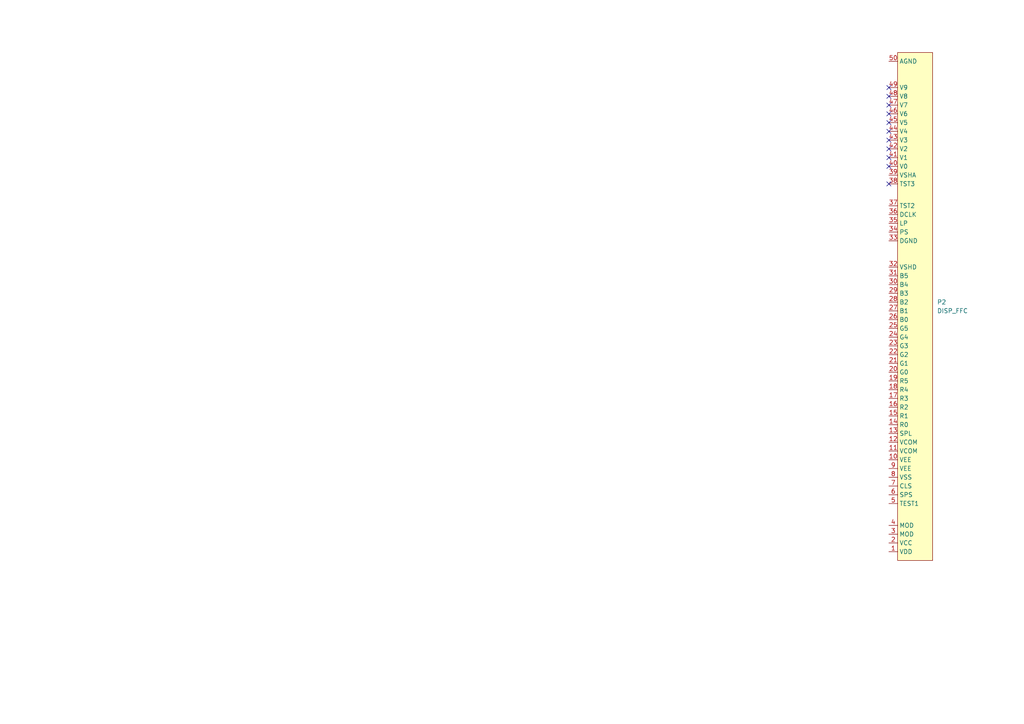
<source format=kicad_sch>
(kicad_sch (version 20250114) (generator "eeschema") (generator_version "9.0")
  (paper "A4")
  (lib_symbols
    (symbol "gbc_display:DISP_FFC"
      (property "Reference" "P" (at 0 43.688 0))
      (property "Value" "DISP_FFC" (at 0 41.656 0))
      (symbol "DISP_FFC_1_1"
        (rectangle (start -5.08 40.64) (end 5.08 -106.68) (fill (type background)))
        (pin input line (at -7.62 38.1 0) (length 2.54) (name "AGND") (number "50"))
        (pin input line (at -7.62 30.48 0) (length 2.54) (name "V9") (number "49"))
        (pin input line (at -7.62 27.94 0) (length 2.54) (name "V8") (number "48"))
        (pin input line (at -7.62 25.4 0) (length 2.54) (name "V7") (number "47"))
        (pin input line (at -7.62 22.86 0) (length 2.54) (name "V6") (number "46"))
        (pin input line (at -7.62 20.32 0) (length 2.54) (name "V5") (number "45"))
        (pin input line (at -7.62 17.78 0) (length 2.54) (name "V4") (number "44"))
        (pin input line (at -7.62 15.24 0) (length 2.54) (name "V3") (number "43"))
        (pin input line (at -7.62 12.7 0) (length 2.54) (name "V2") (number "42"))
        (pin input line (at -7.62 10.16 0) (length 2.54) (name "V1") (number "41"))
        (pin input line (at -7.62 7.62 0) (length 2.54) (name "V0") (number "40"))
        (pin input line (at -7.62 5.08 0) (length 2.54) (name "VSHA") (number "39"))
        (pin input line (at -7.62 2.54 0) (length 2.54) (name "TST3") (number "38"))
        (pin input line (at -7.62 -3.81 0) (length 2.54) (name "TST2") (number "37"))
        (pin input line (at -7.62 -6.35 0) (length 2.54) (name "DCLK") (number "36"))
        (pin input line (at -7.62 -8.89 0) (length 2.54) (name "LP") (number "35"))
        (pin input line (at -7.62 -11.43 0) (length 2.54) (name "PS") (number "34"))
        (pin input line (at -7.62 -13.97 0) (length 2.54) (name "DGND") (number "33"))
        (pin input line (at -7.62 -21.59 0) (length 2.54) (name "VSHD") (number "32"))
        (pin input line (at -7.62 -24.13 0) (length 2.54) (name "B5") (number "31"))
        (pin input line (at -7.62 -26.67 0) (length 2.54) (name "B4") (number "30"))
        (pin input line (at -7.62 -29.21 0) (length 2.54) (name "B3") (number "29"))
        (pin input line (at -7.62 -31.75 0) (length 2.54) (name "B2") (number "28"))
        (pin input line (at -7.62 -34.29 0) (length 2.54) (name "B1") (number "27"))
        (pin input line (at -7.62 -36.83 0) (length 2.54) (name "B0") (number "26"))
        (pin input line (at -7.62 -39.37 0) (length 2.54) (name "G5") (number "25"))
        (pin input line (at -7.62 -41.91 0) (length 2.54) (name "G4") (number "24"))
        (pin input line (at -7.62 -44.45 0) (length 2.54) (name "G3") (number "23"))
        (pin input line (at -7.62 -46.99 0) (length 2.54) (name "G2") (number "22"))
        (pin input line (at -7.62 -49.53 0) (length 2.54) (name "G1") (number "21"))
        (pin input line (at -7.62 -52.07 0) (length 2.54) (name "G0") (number "20"))
        (pin input line (at -7.62 -54.61 0) (length 2.54) (name "R5") (number "19"))
        (pin input line (at -7.62 -57.15 0) (length 2.54) (name "R4") (number "18"))
        (pin input line (at -7.62 -59.69 0) (length 2.54) (name "R3") (number "17"))
        (pin input line (at -7.62 -62.23 0) (length 2.54) (name "R2") (number "16"))
        (pin input line (at -7.62 -64.77 0) (length 2.54) (name "R1") (number "15"))
        (pin input line (at -7.62 -67.31 0) (length 2.54) (name "R0") (number "14"))
        (pin input line (at -7.62 -69.85 0) (length 2.54) (name "SPL") (number "13"))
        (pin input line (at -7.62 -72.39 0) (length 2.54) (name "VCOM") (number "12"))
        (pin input line (at -7.62 -74.93 0) (length 2.54) (name "VCOM") (number "11"))
        (pin input line (at -7.62 -77.47 0) (length 2.54) (name "VEE") (number "10"))
        (pin input line (at -7.62 -80.01 0) (length 2.54) (name "VEE") (number "9"))
        (pin input line (at -7.62 -82.55 0) (length 2.54) (name "VSS") (number "8"))
        (pin input line (at -7.62 -85.09 0) (length 2.54) (name "CLS") (number "7"))
        (pin input line (at -7.62 -87.63 0) (length 2.54) (name "SPS") (number "6"))
        (pin input line (at -7.62 -90.17 0) (length 2.54) (name "TEST1") (number "5"))
        (pin input line (at -7.62 -96.52 0) (length 2.54) (name "MOD") (number "4"))
        (pin input line (at -7.62 -99.06 0) (length 2.54) (name "MOD") (number "3"))
        (pin input line (at -7.62 -101.6 0) (length 2.54) (name "VCC") (number "2"))
        (pin input line (at -7.62 -104.14 0) (length 2.54) (name "VDD") (number "1"))
      )
    )
  )
  (no_connect (at 257.81 40.64))
  (no_connect (at 257.81 48.26))
  (no_connect (at 257.81 33.02))
  (no_connect (at 257.81 38.1))
  (no_connect (at 257.81 35.56))
  (no_connect (at 257.81 43.18))
  (no_connect (at 257.81 45.72))
  (no_connect (at 257.81 30.48))
  (no_connect (at 257.81 53.34))
  (no_connect (at 257.81 25.4))
  (no_connect (at 257.81 27.94))
  (symbol (lib_id "gbc_display:DISP_FFC") (at 265.43 55.88 0) (unit 1)
    (property "Reference" "P2" (at 271.78 87.6299 0) (effects (justify left)))
    (property "Value" "DISP_FFC" (at 271.78 90.1699 0) (effects (justify left)))
  )
)
</source>
